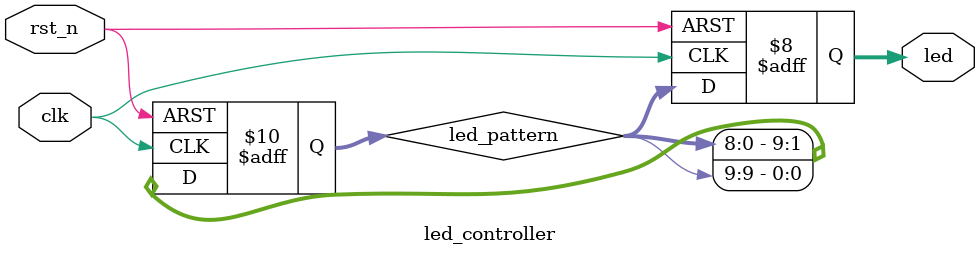
<source format=v>
module led_controller(
    input clk,
    input rst_n,
    output reg [9:0] led   // 将未打包数组改为打包形式
);

    reg [6:0] pwm_counter;
    reg [9:0] led_pattern;  // 控制LED亮度的模式

    always @(posedge clk or negedge rst_n) begin
        if (!rst_n)
            led_pattern <= 10'b0000000001;  // 初始状态
        else
            led_pattern <= {led_pattern[8:0], led_pattern[9]};  // 右移一位
    end

    always @(posedge clk or negedge rst_n) begin
        if (!rst_n)
            pwm_counter <= 0;
        else
            pwm_counter <= pwm_counter + 1;
    end

    always @(posedge clk or negedge rst_n) begin
        if (!rst_n)
            led <= 0;
        else
            led <= led_pattern;  // 这里是打包后的 LED 控制
    end

endmodule


</source>
